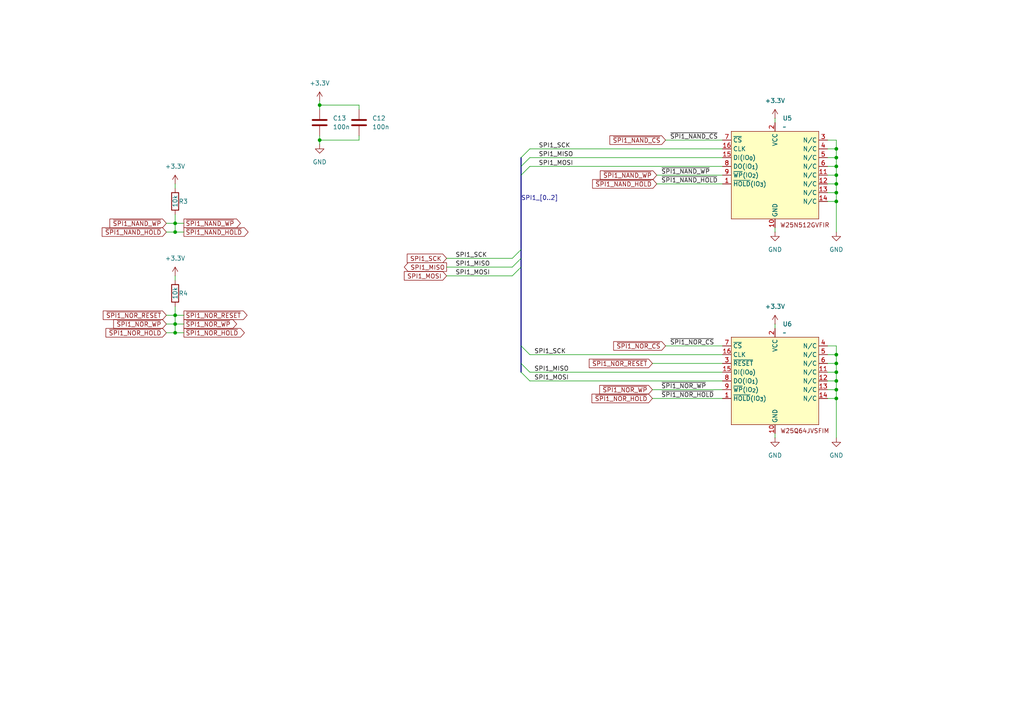
<source format=kicad_sch>
(kicad_sch
	(version 20231120)
	(generator "eeschema")
	(generator_version "8.0")
	(uuid "8e0d3737-fc89-4395-adc2-1aee555240d1")
	(paper "A4")
	(lib_symbols
		(symbol "Device:C"
			(pin_numbers hide)
			(pin_names
				(offset 0.254)
			)
			(exclude_from_sim no)
			(in_bom yes)
			(on_board yes)
			(property "Reference" "C"
				(at 0.635 2.54 0)
				(effects
					(font
						(size 1.27 1.27)
					)
					(justify left)
				)
			)
			(property "Value" "C"
				(at 0.635 -2.54 0)
				(effects
					(font
						(size 1.27 1.27)
					)
					(justify left)
				)
			)
			(property "Footprint" ""
				(at 0.9652 -3.81 0)
				(effects
					(font
						(size 1.27 1.27)
					)
					(hide yes)
				)
			)
			(property "Datasheet" "~"
				(at 0 0 0)
				(effects
					(font
						(size 1.27 1.27)
					)
					(hide yes)
				)
			)
			(property "Description" "Unpolarized capacitor"
				(at 0 0 0)
				(effects
					(font
						(size 1.27 1.27)
					)
					(hide yes)
				)
			)
			(property "ki_keywords" "cap capacitor"
				(at 0 0 0)
				(effects
					(font
						(size 1.27 1.27)
					)
					(hide yes)
				)
			)
			(property "ki_fp_filters" "C_*"
				(at 0 0 0)
				(effects
					(font
						(size 1.27 1.27)
					)
					(hide yes)
				)
			)
			(symbol "C_0_1"
				(polyline
					(pts
						(xy -2.032 -0.762) (xy 2.032 -0.762)
					)
					(stroke
						(width 0.508)
						(type default)
					)
					(fill
						(type none)
					)
				)
				(polyline
					(pts
						(xy -2.032 0.762) (xy 2.032 0.762)
					)
					(stroke
						(width 0.508)
						(type default)
					)
					(fill
						(type none)
					)
				)
			)
			(symbol "C_1_1"
				(pin passive line
					(at 0 3.81 270)
					(length 2.794)
					(name "~"
						(effects
							(font
								(size 1.27 1.27)
							)
						)
					)
					(number "1"
						(effects
							(font
								(size 1.27 1.27)
							)
						)
					)
				)
				(pin passive line
					(at 0 -3.81 90)
					(length 2.794)
					(name "~"
						(effects
							(font
								(size 1.27 1.27)
							)
						)
					)
					(number "2"
						(effects
							(font
								(size 1.27 1.27)
							)
						)
					)
				)
			)
		)
		(symbol "Device:R"
			(pin_numbers hide)
			(pin_names
				(offset 0)
			)
			(exclude_from_sim no)
			(in_bom yes)
			(on_board yes)
			(property "Reference" "R"
				(at 2.032 0 90)
				(effects
					(font
						(size 1.27 1.27)
					)
				)
			)
			(property "Value" "R"
				(at 0 0 90)
				(effects
					(font
						(size 1.27 1.27)
					)
				)
			)
			(property "Footprint" ""
				(at -1.778 0 90)
				(effects
					(font
						(size 1.27 1.27)
					)
					(hide yes)
				)
			)
			(property "Datasheet" "~"
				(at 0 0 0)
				(effects
					(font
						(size 1.27 1.27)
					)
					(hide yes)
				)
			)
			(property "Description" "Resistor"
				(at 0 0 0)
				(effects
					(font
						(size 1.27 1.27)
					)
					(hide yes)
				)
			)
			(property "ki_keywords" "R res resistor"
				(at 0 0 0)
				(effects
					(font
						(size 1.27 1.27)
					)
					(hide yes)
				)
			)
			(property "ki_fp_filters" "R_*"
				(at 0 0 0)
				(effects
					(font
						(size 1.27 1.27)
					)
					(hide yes)
				)
			)
			(symbol "R_0_1"
				(rectangle
					(start -1.016 -2.54)
					(end 1.016 2.54)
					(stroke
						(width 0.254)
						(type default)
					)
					(fill
						(type none)
					)
				)
			)
			(symbol "R_1_1"
				(pin passive line
					(at 0 3.81 270)
					(length 1.27)
					(name "~"
						(effects
							(font
								(size 1.27 1.27)
							)
						)
					)
					(number "1"
						(effects
							(font
								(size 1.27 1.27)
							)
						)
					)
				)
				(pin passive line
					(at 0 -3.81 90)
					(length 1.27)
					(name "~"
						(effects
							(font
								(size 1.27 1.27)
							)
						)
					)
					(number "2"
						(effects
							(font
								(size 1.27 1.27)
							)
						)
					)
				)
			)
		)
		(symbol "custom:W25N512GVFIR"
			(exclude_from_sim no)
			(in_bom yes)
			(on_board yes)
			(property "Reference" "U"
				(at 0 0 0)
				(effects
					(font
						(size 1.27 1.27)
					)
				)
			)
			(property "Value" ""
				(at 0 0 0)
				(effects
					(font
						(size 1.27 1.27)
					)
				)
			)
			(property "Footprint" ""
				(at 0 0 0)
				(effects
					(font
						(size 1.27 1.27)
					)
					(hide yes)
				)
			)
			(property "Datasheet" ""
				(at 0 0 0)
				(effects
					(font
						(size 1.27 1.27)
					)
					(hide yes)
				)
			)
			(property "Description" ""
				(at 0 0 0)
				(effects
					(font
						(size 1.27 1.27)
					)
					(hide yes)
				)
			)
			(symbol "W25N512GVFIR_1_1"
				(rectangle
					(start -12.7 12.7)
					(end 12.7 -12.7)
					(stroke
						(width 0)
						(type default)
					)
					(fill
						(type background)
					)
				)
				(text "W25N512GVFIR\n"
					(at 8.636 -14.478 0)
					(effects
						(font
							(size 1.27 1.27)
						)
					)
				)
				(pin bidirectional line
					(at -15.24 -2.54 0)
					(length 2.54)
					(name "~{HOLD}(IO_{3})"
						(effects
							(font
								(size 1.27 1.27)
							)
						)
					)
					(number "1"
						(effects
							(font
								(size 1.27 1.27)
							)
						)
					)
				)
				(pin power_in line
					(at 0 -15.24 90)
					(length 2.54)
					(name "GND"
						(effects
							(font
								(size 1.27 1.27)
							)
						)
					)
					(number "10"
						(effects
							(font
								(size 1.27 1.27)
							)
						)
					)
				)
				(pin input line
					(at 15.24 0 180)
					(length 2.54)
					(name "N/C"
						(effects
							(font
								(size 1.27 1.27)
							)
						)
					)
					(number "11"
						(effects
							(font
								(size 1.27 1.27)
							)
						)
					)
				)
				(pin input line
					(at 15.24 -2.54 180)
					(length 2.54)
					(name "N/C"
						(effects
							(font
								(size 1.27 1.27)
							)
						)
					)
					(number "12"
						(effects
							(font
								(size 1.27 1.27)
							)
						)
					)
				)
				(pin input line
					(at 15.24 -5.08 180)
					(length 2.54)
					(name "N/C"
						(effects
							(font
								(size 1.27 1.27)
							)
						)
					)
					(number "13"
						(effects
							(font
								(size 1.27 1.27)
							)
						)
					)
				)
				(pin input line
					(at 15.24 -7.62 180)
					(length 2.54)
					(name "N/C"
						(effects
							(font
								(size 1.27 1.27)
							)
						)
					)
					(number "14"
						(effects
							(font
								(size 1.27 1.27)
							)
						)
					)
				)
				(pin bidirectional line
					(at -15.24 5.08 0)
					(length 2.54)
					(name "DI(IO_{0})"
						(effects
							(font
								(size 1.27 1.27)
							)
						)
					)
					(number "15"
						(effects
							(font
								(size 1.27 1.27)
							)
						)
					)
				)
				(pin input line
					(at -15.24 7.62 0)
					(length 2.54)
					(name "CLK"
						(effects
							(font
								(size 1.27 1.27)
							)
						)
					)
					(number "16"
						(effects
							(font
								(size 1.27 1.27)
							)
						)
					)
				)
				(pin power_in line
					(at 0 15.24 270)
					(length 2.54)
					(name "VCC"
						(effects
							(font
								(size 1.27 1.27)
							)
						)
					)
					(number "2"
						(effects
							(font
								(size 1.27 1.27)
							)
						)
					)
				)
				(pin input line
					(at 15.24 10.16 180)
					(length 2.54)
					(name "N/C"
						(effects
							(font
								(size 1.27 1.27)
							)
						)
					)
					(number "3"
						(effects
							(font
								(size 1.27 1.27)
							)
						)
					)
				)
				(pin input line
					(at 15.24 7.62 180)
					(length 2.54)
					(name "N/C"
						(effects
							(font
								(size 1.27 1.27)
							)
						)
					)
					(number "4"
						(effects
							(font
								(size 1.27 1.27)
							)
						)
					)
				)
				(pin input line
					(at 15.24 5.08 180)
					(length 2.54)
					(name "N/C"
						(effects
							(font
								(size 1.27 1.27)
							)
						)
					)
					(number "5"
						(effects
							(font
								(size 1.27 1.27)
							)
						)
					)
				)
				(pin input line
					(at 15.24 2.54 180)
					(length 2.54)
					(name "N/C"
						(effects
							(font
								(size 1.27 1.27)
							)
						)
					)
					(number "6"
						(effects
							(font
								(size 1.27 1.27)
							)
						)
					)
				)
				(pin input line
					(at -15.24 10.16 0)
					(length 2.54)
					(name "~{CS}"
						(effects
							(font
								(size 1.27 1.27)
							)
						)
					)
					(number "7"
						(effects
							(font
								(size 1.27 1.27)
							)
						)
					)
				)
				(pin bidirectional line
					(at -15.24 2.54 0)
					(length 2.54)
					(name "DO(IO_{1})"
						(effects
							(font
								(size 1.27 1.27)
							)
						)
					)
					(number "8"
						(effects
							(font
								(size 1.27 1.27)
							)
						)
					)
				)
				(pin bidirectional line
					(at -15.24 0 0)
					(length 2.54)
					(name "~{WP}(IO_{2})"
						(effects
							(font
								(size 1.27 1.27)
							)
						)
					)
					(number "9"
						(effects
							(font
								(size 1.27 1.27)
							)
						)
					)
				)
			)
		)
		(symbol "custom:W25Q64JVSFIM"
			(exclude_from_sim no)
			(in_bom yes)
			(on_board yes)
			(property "Reference" "U"
				(at 0 0 0)
				(effects
					(font
						(size 1.27 1.27)
					)
				)
			)
			(property "Value" ""
				(at 0 0 0)
				(effects
					(font
						(size 1.27 1.27)
					)
				)
			)
			(property "Footprint" ""
				(at 0 0 0)
				(effects
					(font
						(size 1.27 1.27)
					)
					(hide yes)
				)
			)
			(property "Datasheet" ""
				(at 0 0 0)
				(effects
					(font
						(size 1.27 1.27)
					)
					(hide yes)
				)
			)
			(property "Description" ""
				(at 0 0 0)
				(effects
					(font
						(size 1.27 1.27)
					)
					(hide yes)
				)
			)
			(symbol "W25Q64JVSFIM_1_1"
				(rectangle
					(start -12.7 12.7)
					(end 12.7 -12.7)
					(stroke
						(width 0)
						(type default)
					)
					(fill
						(type background)
					)
				)
				(text "W25Q64JVSFIM\n"
					(at 8.636 -14.478 0)
					(effects
						(font
							(size 1.27 1.27)
						)
					)
				)
				(pin bidirectional line
					(at -15.24 -5.08 0)
					(length 2.54)
					(name "~{HOLD}(IO_{3})"
						(effects
							(font
								(size 1.27 1.27)
							)
						)
					)
					(number "1"
						(effects
							(font
								(size 1.27 1.27)
							)
						)
					)
				)
				(pin power_in line
					(at 0 -15.24 90)
					(length 2.54)
					(name "GND"
						(effects
							(font
								(size 1.27 1.27)
							)
						)
					)
					(number "10"
						(effects
							(font
								(size 1.27 1.27)
							)
						)
					)
				)
				(pin input line
					(at 15.24 2.54 180)
					(length 2.54)
					(name "N/C"
						(effects
							(font
								(size 1.27 1.27)
							)
						)
					)
					(number "11"
						(effects
							(font
								(size 1.27 1.27)
							)
						)
					)
				)
				(pin input line
					(at 15.24 0 180)
					(length 2.54)
					(name "N/C"
						(effects
							(font
								(size 1.27 1.27)
							)
						)
					)
					(number "12"
						(effects
							(font
								(size 1.27 1.27)
							)
						)
					)
				)
				(pin input line
					(at 15.24 -2.54 180)
					(length 2.54)
					(name "N/C"
						(effects
							(font
								(size 1.27 1.27)
							)
						)
					)
					(number "13"
						(effects
							(font
								(size 1.27 1.27)
							)
						)
					)
				)
				(pin input line
					(at 15.24 -5.08 180)
					(length 2.54)
					(name "N/C"
						(effects
							(font
								(size 1.27 1.27)
							)
						)
					)
					(number "14"
						(effects
							(font
								(size 1.27 1.27)
							)
						)
					)
				)
				(pin bidirectional line
					(at -15.24 2.54 0)
					(length 2.54)
					(name "DI(IO_{0})"
						(effects
							(font
								(size 1.27 1.27)
							)
						)
					)
					(number "15"
						(effects
							(font
								(size 1.27 1.27)
							)
						)
					)
				)
				(pin input line
					(at -15.24 7.62 0)
					(length 2.54)
					(name "CLK"
						(effects
							(font
								(size 1.27 1.27)
							)
						)
					)
					(number "16"
						(effects
							(font
								(size 1.27 1.27)
							)
						)
					)
				)
				(pin power_in line
					(at 0 15.24 270)
					(length 2.54)
					(name "VCC"
						(effects
							(font
								(size 1.27 1.27)
							)
						)
					)
					(number "2"
						(effects
							(font
								(size 1.27 1.27)
							)
						)
					)
				)
				(pin input line
					(at -15.24 5.08 0)
					(length 2.54)
					(name "~{RESET}"
						(effects
							(font
								(size 1.27 1.27)
							)
						)
					)
					(number "3"
						(effects
							(font
								(size 1.27 1.27)
							)
						)
					)
				)
				(pin input line
					(at 15.24 10.16 180)
					(length 2.54)
					(name "N/C"
						(effects
							(font
								(size 1.27 1.27)
							)
						)
					)
					(number "4"
						(effects
							(font
								(size 1.27 1.27)
							)
						)
					)
				)
				(pin input line
					(at 15.24 7.62 180)
					(length 2.54)
					(name "N/C"
						(effects
							(font
								(size 1.27 1.27)
							)
						)
					)
					(number "5"
						(effects
							(font
								(size 1.27 1.27)
							)
						)
					)
				)
				(pin input line
					(at 15.24 5.08 180)
					(length 2.54)
					(name "N/C"
						(effects
							(font
								(size 1.27 1.27)
							)
						)
					)
					(number "6"
						(effects
							(font
								(size 1.27 1.27)
							)
						)
					)
				)
				(pin input line
					(at -15.24 10.16 0)
					(length 2.54)
					(name "~{CS}"
						(effects
							(font
								(size 1.27 1.27)
							)
						)
					)
					(number "7"
						(effects
							(font
								(size 1.27 1.27)
							)
						)
					)
				)
				(pin bidirectional line
					(at -15.24 0 0)
					(length 2.54)
					(name "DO(IO_{1})"
						(effects
							(font
								(size 1.27 1.27)
							)
						)
					)
					(number "8"
						(effects
							(font
								(size 1.27 1.27)
							)
						)
					)
				)
				(pin bidirectional line
					(at -15.24 -2.54 0)
					(length 2.54)
					(name "~{WP}(IO_{2})"
						(effects
							(font
								(size 1.27 1.27)
							)
						)
					)
					(number "9"
						(effects
							(font
								(size 1.27 1.27)
							)
						)
					)
				)
			)
		)
		(symbol "power:+3.3V"
			(power)
			(pin_numbers hide)
			(pin_names
				(offset 0) hide)
			(exclude_from_sim no)
			(in_bom yes)
			(on_board yes)
			(property "Reference" "#PWR"
				(at 0 -3.81 0)
				(effects
					(font
						(size 1.27 1.27)
					)
					(hide yes)
				)
			)
			(property "Value" "+3.3V"
				(at 0 3.556 0)
				(effects
					(font
						(size 1.27 1.27)
					)
				)
			)
			(property "Footprint" ""
				(at 0 0 0)
				(effects
					(font
						(size 1.27 1.27)
					)
					(hide yes)
				)
			)
			(property "Datasheet" ""
				(at 0 0 0)
				(effects
					(font
						(size 1.27 1.27)
					)
					(hide yes)
				)
			)
			(property "Description" "Power symbol creates a global label with name \"+3.3V\""
				(at 0 0 0)
				(effects
					(font
						(size 1.27 1.27)
					)
					(hide yes)
				)
			)
			(property "ki_keywords" "global power"
				(at 0 0 0)
				(effects
					(font
						(size 1.27 1.27)
					)
					(hide yes)
				)
			)
			(symbol "+3.3V_0_1"
				(polyline
					(pts
						(xy -0.762 1.27) (xy 0 2.54)
					)
					(stroke
						(width 0)
						(type default)
					)
					(fill
						(type none)
					)
				)
				(polyline
					(pts
						(xy 0 0) (xy 0 2.54)
					)
					(stroke
						(width 0)
						(type default)
					)
					(fill
						(type none)
					)
				)
				(polyline
					(pts
						(xy 0 2.54) (xy 0.762 1.27)
					)
					(stroke
						(width 0)
						(type default)
					)
					(fill
						(type none)
					)
				)
			)
			(symbol "+3.3V_1_1"
				(pin power_in line
					(at 0 0 90)
					(length 0)
					(name "~"
						(effects
							(font
								(size 1.27 1.27)
							)
						)
					)
					(number "1"
						(effects
							(font
								(size 1.27 1.27)
							)
						)
					)
				)
			)
		)
		(symbol "power:GND"
			(power)
			(pin_numbers hide)
			(pin_names
				(offset 0) hide)
			(exclude_from_sim no)
			(in_bom yes)
			(on_board yes)
			(property "Reference" "#PWR"
				(at 0 -6.35 0)
				(effects
					(font
						(size 1.27 1.27)
					)
					(hide yes)
				)
			)
			(property "Value" "GND"
				(at 0 -3.81 0)
				(effects
					(font
						(size 1.27 1.27)
					)
				)
			)
			(property "Footprint" ""
				(at 0 0 0)
				(effects
					(font
						(size 1.27 1.27)
					)
					(hide yes)
				)
			)
			(property "Datasheet" ""
				(at 0 0 0)
				(effects
					(font
						(size 1.27 1.27)
					)
					(hide yes)
				)
			)
			(property "Description" "Power symbol creates a global label with name \"GND\" , ground"
				(at 0 0 0)
				(effects
					(font
						(size 1.27 1.27)
					)
					(hide yes)
				)
			)
			(property "ki_keywords" "global power"
				(at 0 0 0)
				(effects
					(font
						(size 1.27 1.27)
					)
					(hide yes)
				)
			)
			(symbol "GND_0_1"
				(polyline
					(pts
						(xy 0 0) (xy 0 -1.27) (xy 1.27 -1.27) (xy 0 -2.54) (xy -1.27 -1.27) (xy 0 -1.27)
					)
					(stroke
						(width 0)
						(type default)
					)
					(fill
						(type none)
					)
				)
			)
			(symbol "GND_1_1"
				(pin power_in line
					(at 0 0 270)
					(length 0)
					(name "~"
						(effects
							(font
								(size 1.27 1.27)
							)
						)
					)
					(number "1"
						(effects
							(font
								(size 1.27 1.27)
							)
						)
					)
				)
			)
		)
	)
	(junction
		(at 50.8 96.52)
		(diameter 0)
		(color 0 0 0 0)
		(uuid "0c9bb6ef-af5c-47b6-ab1b-8b26e4c6481a")
	)
	(junction
		(at 242.57 102.87)
		(diameter 0)
		(color 0 0 0 0)
		(uuid "15c0b603-feb4-4505-ac24-348502066a4d")
	)
	(junction
		(at 242.57 107.95)
		(diameter 0)
		(color 0 0 0 0)
		(uuid "164cb4fd-c56f-4d4e-a591-44fbf9b3cb2e")
	)
	(junction
		(at 242.57 48.26)
		(diameter 0)
		(color 0 0 0 0)
		(uuid "23276b85-06fb-475a-84e2-9089e3596282")
	)
	(junction
		(at 242.57 50.8)
		(diameter 0)
		(color 0 0 0 0)
		(uuid "2cf255c0-8c1d-4c45-999e-560c4e01fb1e")
	)
	(junction
		(at 50.8 64.77)
		(diameter 0)
		(color 0 0 0 0)
		(uuid "364ef4ff-d95d-4949-9426-f81d34278e79")
	)
	(junction
		(at 242.57 113.03)
		(diameter 0)
		(color 0 0 0 0)
		(uuid "3d3e6baa-e663-47f4-9dbb-a3641bd89bc2")
	)
	(junction
		(at 242.57 43.18)
		(diameter 0)
		(color 0 0 0 0)
		(uuid "3e9aaf79-2177-47bb-80b7-46c9dea746e2")
	)
	(junction
		(at 50.8 91.44)
		(diameter 0)
		(color 0 0 0 0)
		(uuid "5d729fc2-ce3a-4c5a-9d97-fd469f124da5")
	)
	(junction
		(at 242.57 105.41)
		(diameter 0)
		(color 0 0 0 0)
		(uuid "66048366-9758-4870-a697-989e171b91b6")
	)
	(junction
		(at 242.57 55.88)
		(diameter 0)
		(color 0 0 0 0)
		(uuid "8ef33533-3a19-46b4-b7e4-bd955950cdfa")
	)
	(junction
		(at 50.8 93.98)
		(diameter 0)
		(color 0 0 0 0)
		(uuid "8f22aa7b-2015-4a5c-8782-880c8e256087")
	)
	(junction
		(at 242.57 110.49)
		(diameter 0)
		(color 0 0 0 0)
		(uuid "95746729-e8c0-4efd-afaa-55ce64a740b8")
	)
	(junction
		(at 242.57 53.34)
		(diameter 0)
		(color 0 0 0 0)
		(uuid "989af79b-831c-4faa-ada4-e9e71cddc6a2")
	)
	(junction
		(at 50.8 67.31)
		(diameter 0)
		(color 0 0 0 0)
		(uuid "9fd5ad5b-2270-402a-838d-380b8d321a1b")
	)
	(junction
		(at 242.57 58.42)
		(diameter 0)
		(color 0 0 0 0)
		(uuid "a8fb8c05-a716-4f4e-bd15-cdaf699584fa")
	)
	(junction
		(at 92.71 40.64)
		(diameter 0)
		(color 0 0 0 0)
		(uuid "c2c5c227-c8cc-44b9-9052-b71fab802fe5")
	)
	(junction
		(at 242.57 115.57)
		(diameter 0)
		(color 0 0 0 0)
		(uuid "c772d707-ce4c-44f3-b74b-f0b4e59fa937")
	)
	(junction
		(at 92.71 30.48)
		(diameter 0)
		(color 0 0 0 0)
		(uuid "ccd1fb6b-93ca-4818-a98f-e9d931c569d4")
	)
	(junction
		(at 242.57 45.72)
		(diameter 0)
		(color 0 0 0 0)
		(uuid "eae706ea-0523-4eac-9569-1da4084ae48d")
	)
	(bus_entry
		(at 151.13 105.41)
		(size 2.54 2.54)
		(stroke
			(width 0)
			(type default)
		)
		(uuid "1f7a8709-1622-40bd-b5e3-8a1b8467bbf3")
	)
	(bus_entry
		(at 148.59 80.01)
		(size 2.54 -2.54)
		(stroke
			(width 0)
			(type default)
		)
		(uuid "49f20b1d-b292-41e0-aed5-baf508740739")
	)
	(bus_entry
		(at 151.13 45.72)
		(size 2.54 -2.54)
		(stroke
			(width 0)
			(type default)
		)
		(uuid "55f922d3-b98f-489f-8517-bf27554217bb")
	)
	(bus_entry
		(at 151.13 48.26)
		(size 2.54 -2.54)
		(stroke
			(width 0)
			(type default)
		)
		(uuid "5c68a935-b26e-4790-90a7-95b69e6dd9d9")
	)
	(bus_entry
		(at 151.13 107.95)
		(size 2.54 2.54)
		(stroke
			(width 0)
			(type default)
		)
		(uuid "831c4da5-bd27-4ac8-aa74-faa6c403525e")
	)
	(bus_entry
		(at 148.59 74.93)
		(size 2.54 -2.54)
		(stroke
			(width 0)
			(type default)
		)
		(uuid "b0bed1c0-65d5-48af-8fed-7ae42f012b00")
	)
	(bus_entry
		(at 148.59 77.47)
		(size 2.54 -2.54)
		(stroke
			(width 0)
			(type default)
		)
		(uuid "b7d8b3b0-615c-44ab-8fef-1b8dc7f50898")
	)
	(bus_entry
		(at 151.13 100.33)
		(size 2.54 2.54)
		(stroke
			(width 0)
			(type default)
		)
		(uuid "b96462fa-93ca-46d7-b7c1-9576c823353f")
	)
	(bus_entry
		(at 151.13 50.8)
		(size 2.54 -2.54)
		(stroke
			(width 0)
			(type default)
		)
		(uuid "eef369c1-fedf-4113-85ad-2e184f516139")
	)
	(wire
		(pts
			(xy 92.71 30.48) (xy 104.14 30.48)
		)
		(stroke
			(width 0)
			(type default)
		)
		(uuid "024cfab2-04d1-4ce8-bc60-405f525f08c9")
	)
	(wire
		(pts
			(xy 242.57 48.26) (xy 242.57 45.72)
		)
		(stroke
			(width 0)
			(type default)
		)
		(uuid "0bbea04e-76e3-4522-bd19-cdc0c47a253c")
	)
	(wire
		(pts
			(xy 92.71 30.48) (xy 92.71 31.75)
		)
		(stroke
			(width 0)
			(type default)
		)
		(uuid "0e9f8610-f458-42d4-b0be-4fbf9d1f17eb")
	)
	(wire
		(pts
			(xy 50.8 93.98) (xy 50.8 96.52)
		)
		(stroke
			(width 0)
			(type default)
		)
		(uuid "0ff5549f-7eef-404e-aa52-7c147cf8c158")
	)
	(wire
		(pts
			(xy 48.26 64.77) (xy 50.8 64.77)
		)
		(stroke
			(width 0)
			(type default)
		)
		(uuid "134fd05d-5b79-4e85-82dd-578e69f70d8f")
	)
	(wire
		(pts
			(xy 50.8 96.52) (xy 53.34 96.52)
		)
		(stroke
			(width 0)
			(type default)
		)
		(uuid "1589ae2a-5adb-4bd9-99c3-e26a9f3dc8d7")
	)
	(wire
		(pts
			(xy 189.23 113.03) (xy 209.55 113.03)
		)
		(stroke
			(width 0)
			(type default)
		)
		(uuid "2518c280-4f49-4e00-b73e-c024bd26791f")
	)
	(wire
		(pts
			(xy 50.8 67.31) (xy 53.34 67.31)
		)
		(stroke
			(width 0)
			(type default)
		)
		(uuid "2580f44c-6a40-4448-9d0f-f0d3fbce2cb7")
	)
	(wire
		(pts
			(xy 92.71 40.64) (xy 92.71 41.91)
		)
		(stroke
			(width 0)
			(type default)
		)
		(uuid "281f0a85-3d1f-4136-8a0a-f5c5897eaeaa")
	)
	(wire
		(pts
			(xy 242.57 53.34) (xy 242.57 50.8)
		)
		(stroke
			(width 0)
			(type default)
		)
		(uuid "2e441119-779e-4eba-b21f-960a0b549584")
	)
	(wire
		(pts
			(xy 48.26 91.44) (xy 50.8 91.44)
		)
		(stroke
			(width 0)
			(type default)
		)
		(uuid "2e96e82a-dedf-45ec-aedd-5126fb3fd73a")
	)
	(wire
		(pts
			(xy 193.04 40.64) (xy 209.55 40.64)
		)
		(stroke
			(width 0)
			(type default)
		)
		(uuid "330a77d6-535d-450c-aec2-c3b42ac905eb")
	)
	(bus
		(pts
			(xy 151.13 74.93) (xy 151.13 77.47)
		)
		(stroke
			(width 0)
			(type default)
		)
		(uuid "342a486e-5584-48da-8066-59c9dcb5db5e")
	)
	(wire
		(pts
			(xy 48.26 67.31) (xy 50.8 67.31)
		)
		(stroke
			(width 0)
			(type default)
		)
		(uuid "361dec20-ac97-4768-8a47-6133a4a7041f")
	)
	(wire
		(pts
			(xy 193.04 100.33) (xy 209.55 100.33)
		)
		(stroke
			(width 0)
			(type default)
		)
		(uuid "45f55420-b879-4599-aa99-9bba64df334d")
	)
	(bus
		(pts
			(xy 151.13 100.33) (xy 151.13 105.41)
		)
		(stroke
			(width 0)
			(type default)
		)
		(uuid "487e5930-3c7e-4977-9a2e-80dab78a9fa3")
	)
	(wire
		(pts
			(xy 224.79 125.73) (xy 224.79 127)
		)
		(stroke
			(width 0)
			(type default)
		)
		(uuid "4aee6617-c187-483c-8eed-d1e82a166203")
	)
	(wire
		(pts
			(xy 104.14 40.64) (xy 104.14 39.37)
		)
		(stroke
			(width 0)
			(type default)
		)
		(uuid "4fde162f-6534-49d2-abbd-2d35d5b23491")
	)
	(wire
		(pts
			(xy 92.71 29.21) (xy 92.71 30.48)
		)
		(stroke
			(width 0)
			(type default)
		)
		(uuid "58ace083-4218-48df-89a5-20c235e1aa64")
	)
	(wire
		(pts
			(xy 242.57 102.87) (xy 242.57 105.41)
		)
		(stroke
			(width 0)
			(type default)
		)
		(uuid "5a0176dd-8bde-4383-bab6-2de71ebc4a55")
	)
	(wire
		(pts
			(xy 153.67 48.26) (xy 209.55 48.26)
		)
		(stroke
			(width 0)
			(type default)
		)
		(uuid "5d1156c6-00d0-4897-98f8-830d2376ab10")
	)
	(wire
		(pts
			(xy 242.57 105.41) (xy 242.57 107.95)
		)
		(stroke
			(width 0)
			(type default)
		)
		(uuid "5d23c68a-577c-43c8-9859-3069d14be530")
	)
	(wire
		(pts
			(xy 242.57 58.42) (xy 242.57 55.88)
		)
		(stroke
			(width 0)
			(type default)
		)
		(uuid "5e305fd6-5efa-48c3-91e7-75828d30bf75")
	)
	(wire
		(pts
			(xy 190.5 53.34) (xy 209.55 53.34)
		)
		(stroke
			(width 0)
			(type default)
		)
		(uuid "5f346b4e-6088-4bb2-b42a-eefbfe9d4565")
	)
	(wire
		(pts
			(xy 153.67 45.72) (xy 209.55 45.72)
		)
		(stroke
			(width 0)
			(type default)
		)
		(uuid "61744b7a-91e4-4eae-a326-a13dcf78295e")
	)
	(wire
		(pts
			(xy 48.26 96.52) (xy 50.8 96.52)
		)
		(stroke
			(width 0)
			(type default)
		)
		(uuid "61bf8a7b-d495-4db1-9974-edc866ce0238")
	)
	(wire
		(pts
			(xy 153.67 110.49) (xy 209.55 110.49)
		)
		(stroke
			(width 0)
			(type default)
		)
		(uuid "6268cfb6-7ab2-430e-a861-d6cb8c6217f1")
	)
	(wire
		(pts
			(xy 242.57 113.03) (xy 242.57 115.57)
		)
		(stroke
			(width 0)
			(type default)
		)
		(uuid "67ced15d-b498-43d3-8597-185eb9b5b5a6")
	)
	(wire
		(pts
			(xy 129.54 74.93) (xy 148.59 74.93)
		)
		(stroke
			(width 0)
			(type default)
		)
		(uuid "6908acd0-921a-4d70-b67d-e149ad68149b")
	)
	(wire
		(pts
			(xy 242.57 53.34) (xy 240.03 53.34)
		)
		(stroke
			(width 0)
			(type default)
		)
		(uuid "6ad2852b-f777-4b1c-8607-94726eba4463")
	)
	(bus
		(pts
			(xy 151.13 45.72) (xy 151.13 48.26)
		)
		(stroke
			(width 0)
			(type default)
		)
		(uuid "6ce19c9a-24e3-4ba3-b5bd-27d5df4708b3")
	)
	(bus
		(pts
			(xy 151.13 72.39) (xy 151.13 74.93)
		)
		(stroke
			(width 0)
			(type default)
		)
		(uuid "71963e07-3a91-4c87-9b2b-2dd0df4ba99f")
	)
	(wire
		(pts
			(xy 240.03 113.03) (xy 242.57 113.03)
		)
		(stroke
			(width 0)
			(type default)
		)
		(uuid "71fe21a6-eea9-4637-a05e-86d7c8995b70")
	)
	(wire
		(pts
			(xy 224.79 93.98) (xy 224.79 95.25)
		)
		(stroke
			(width 0)
			(type default)
		)
		(uuid "725d216d-8521-4c62-943b-338db29a5b5b")
	)
	(wire
		(pts
			(xy 242.57 55.88) (xy 240.03 55.88)
		)
		(stroke
			(width 0)
			(type default)
		)
		(uuid "7844f1e3-046b-417a-a4a1-514df4b4dbd8")
	)
	(wire
		(pts
			(xy 104.14 30.48) (xy 104.14 31.75)
		)
		(stroke
			(width 0)
			(type default)
		)
		(uuid "7cd0cac6-3fa1-416e-94ec-0f98001a312a")
	)
	(wire
		(pts
			(xy 153.67 107.95) (xy 209.55 107.95)
		)
		(stroke
			(width 0)
			(type default)
		)
		(uuid "7e98b07c-cd11-4ea0-bf76-ba46e8fbba93")
	)
	(wire
		(pts
			(xy 50.8 62.23) (xy 50.8 64.77)
		)
		(stroke
			(width 0)
			(type default)
		)
		(uuid "81bbd821-f561-4462-9754-fd7710c870b9")
	)
	(wire
		(pts
			(xy 240.03 105.41) (xy 242.57 105.41)
		)
		(stroke
			(width 0)
			(type default)
		)
		(uuid "88677657-ab6e-4bb3-a9b4-a715b2348db8")
	)
	(wire
		(pts
			(xy 129.54 77.47) (xy 148.59 77.47)
		)
		(stroke
			(width 0)
			(type default)
		)
		(uuid "899f798c-699d-4c2c-95cf-d8088c1a3b58")
	)
	(wire
		(pts
			(xy 242.57 67.31) (xy 242.57 58.42)
		)
		(stroke
			(width 0)
			(type default)
		)
		(uuid "8b07449d-018c-40f6-b28a-1f45f14f81bc")
	)
	(wire
		(pts
			(xy 242.57 110.49) (xy 242.57 113.03)
		)
		(stroke
			(width 0)
			(type default)
		)
		(uuid "906a4ddb-9452-46c2-8df7-b49dc053d15d")
	)
	(wire
		(pts
			(xy 50.8 91.44) (xy 50.8 93.98)
		)
		(stroke
			(width 0)
			(type default)
		)
		(uuid "910e549a-0940-42db-bf08-b9e9a613e907")
	)
	(wire
		(pts
			(xy 242.57 45.72) (xy 240.03 45.72)
		)
		(stroke
			(width 0)
			(type default)
		)
		(uuid "92159cc6-e339-46cf-82d0-97f5b633c1f1")
	)
	(wire
		(pts
			(xy 240.03 115.57) (xy 242.57 115.57)
		)
		(stroke
			(width 0)
			(type default)
		)
		(uuid "92ca9a2f-df18-42e3-bea0-2625055a9bee")
	)
	(wire
		(pts
			(xy 50.8 88.9) (xy 50.8 91.44)
		)
		(stroke
			(width 0)
			(type default)
		)
		(uuid "9a0beb8f-af8b-4ba3-ab64-605ac49a6e94")
	)
	(wire
		(pts
			(xy 240.03 102.87) (xy 242.57 102.87)
		)
		(stroke
			(width 0)
			(type default)
		)
		(uuid "9b4b9d5a-17c7-4027-b1f2-b8017395cd88")
	)
	(wire
		(pts
			(xy 240.03 110.49) (xy 242.57 110.49)
		)
		(stroke
			(width 0)
			(type default)
		)
		(uuid "9b7a189d-c41c-464e-9b59-ec5c28fc4186")
	)
	(wire
		(pts
			(xy 92.71 39.37) (xy 92.71 40.64)
		)
		(stroke
			(width 0)
			(type default)
		)
		(uuid "9d1729a1-8f79-441f-b949-db71788c5f71")
	)
	(wire
		(pts
			(xy 242.57 43.18) (xy 240.03 43.18)
		)
		(stroke
			(width 0)
			(type default)
		)
		(uuid "9dd10363-bdd7-4f73-9eb9-cfd38eca20de")
	)
	(wire
		(pts
			(xy 242.57 40.64) (xy 240.03 40.64)
		)
		(stroke
			(width 0)
			(type default)
		)
		(uuid "9fe762a3-0e41-4c03-a425-7b27fda171ed")
	)
	(wire
		(pts
			(xy 242.57 48.26) (xy 240.03 48.26)
		)
		(stroke
			(width 0)
			(type default)
		)
		(uuid "a1ffde4d-5bd9-469d-b78d-b03b2873ab26")
	)
	(wire
		(pts
			(xy 242.57 55.88) (xy 242.57 53.34)
		)
		(stroke
			(width 0)
			(type default)
		)
		(uuid "a38beaca-3b69-4701-b757-db8f6af06389")
	)
	(wire
		(pts
			(xy 48.26 93.98) (xy 50.8 93.98)
		)
		(stroke
			(width 0)
			(type default)
		)
		(uuid "a611e57b-4f66-486c-aad7-e48857e98560")
	)
	(wire
		(pts
			(xy 50.8 93.98) (xy 53.34 93.98)
		)
		(stroke
			(width 0)
			(type default)
		)
		(uuid "ac0ed1ae-b258-4b57-9c29-e489159e9fbe")
	)
	(bus
		(pts
			(xy 151.13 105.41) (xy 151.13 107.95)
		)
		(stroke
			(width 0)
			(type default)
		)
		(uuid "b469eaca-990d-4081-80ea-844146b39384")
	)
	(wire
		(pts
			(xy 50.8 64.77) (xy 50.8 67.31)
		)
		(stroke
			(width 0)
			(type default)
		)
		(uuid "b5720268-daa2-4561-a43f-a4bed6dcf603")
	)
	(wire
		(pts
			(xy 153.67 102.87) (xy 209.55 102.87)
		)
		(stroke
			(width 0)
			(type default)
		)
		(uuid "b7e76cb6-15ae-4484-b49b-f54efc278972")
	)
	(wire
		(pts
			(xy 242.57 50.8) (xy 240.03 50.8)
		)
		(stroke
			(width 0)
			(type default)
		)
		(uuid "baeaeaef-fcbe-4e94-b68c-35d28143d72e")
	)
	(wire
		(pts
			(xy 242.57 43.18) (xy 242.57 40.64)
		)
		(stroke
			(width 0)
			(type default)
		)
		(uuid "bbbba740-e040-4086-848c-5da116b65d42")
	)
	(wire
		(pts
			(xy 242.57 58.42) (xy 240.03 58.42)
		)
		(stroke
			(width 0)
			(type default)
		)
		(uuid "c4181d46-2301-4b39-be01-3eacd65231f3")
	)
	(wire
		(pts
			(xy 224.79 66.04) (xy 224.79 67.31)
		)
		(stroke
			(width 0)
			(type default)
		)
		(uuid "c49ef1d1-f0ea-48ed-9c08-4565355d415f")
	)
	(wire
		(pts
			(xy 129.54 80.01) (xy 148.59 80.01)
		)
		(stroke
			(width 0)
			(type default)
		)
		(uuid "c5113c44-48d6-44fa-8d5a-b644da565188")
	)
	(wire
		(pts
			(xy 240.03 100.33) (xy 242.57 100.33)
		)
		(stroke
			(width 0)
			(type default)
		)
		(uuid "c5cc2a1d-44ab-4595-8740-aaa6677b8e48")
	)
	(wire
		(pts
			(xy 92.71 40.64) (xy 104.14 40.64)
		)
		(stroke
			(width 0)
			(type default)
		)
		(uuid "c6ace6db-c3b4-4020-a5e9-7b0886cc2899")
	)
	(wire
		(pts
			(xy 50.8 91.44) (xy 53.34 91.44)
		)
		(stroke
			(width 0)
			(type default)
		)
		(uuid "caeaca07-912b-42b4-bb08-834c985989b0")
	)
	(wire
		(pts
			(xy 190.5 50.8) (xy 209.55 50.8)
		)
		(stroke
			(width 0)
			(type default)
		)
		(uuid "ccc87698-142c-41cf-add0-4ab2363b4b89")
	)
	(wire
		(pts
			(xy 189.23 115.57) (xy 209.55 115.57)
		)
		(stroke
			(width 0)
			(type default)
		)
		(uuid "cefae76e-461b-4473-bcba-fbacb9ab897b")
	)
	(wire
		(pts
			(xy 50.8 53.34) (xy 50.8 54.61)
		)
		(stroke
			(width 0)
			(type default)
		)
		(uuid "d0e2b94d-f893-4156-a63a-9c8869236df9")
	)
	(wire
		(pts
			(xy 240.03 107.95) (xy 242.57 107.95)
		)
		(stroke
			(width 0)
			(type default)
		)
		(uuid "d482e15b-9e88-4196-86bf-a647abcf3347")
	)
	(wire
		(pts
			(xy 242.57 45.72) (xy 242.57 43.18)
		)
		(stroke
			(width 0)
			(type default)
		)
		(uuid "dba8ac38-bc3b-4c43-a8ef-fb33a561ee7e")
	)
	(wire
		(pts
			(xy 50.8 80.01) (xy 50.8 81.28)
		)
		(stroke
			(width 0)
			(type default)
		)
		(uuid "dc228075-26bd-4248-b032-05bb9b235037")
	)
	(wire
		(pts
			(xy 242.57 50.8) (xy 242.57 48.26)
		)
		(stroke
			(width 0)
			(type default)
		)
		(uuid "e742dfaa-ea3a-46f8-aa10-ab48a5f74f29")
	)
	(wire
		(pts
			(xy 242.57 107.95) (xy 242.57 110.49)
		)
		(stroke
			(width 0)
			(type default)
		)
		(uuid "e7eb72e9-1900-4118-9262-271025860aa8")
	)
	(wire
		(pts
			(xy 242.57 100.33) (xy 242.57 102.87)
		)
		(stroke
			(width 0)
			(type default)
		)
		(uuid "e90c31c9-f722-49ed-b1e8-911de58bcd18")
	)
	(wire
		(pts
			(xy 189.23 105.41) (xy 209.55 105.41)
		)
		(stroke
			(width 0)
			(type default)
		)
		(uuid "eb2ae4d3-1468-4028-adea-4c3a56f462cf")
	)
	(bus
		(pts
			(xy 151.13 77.47) (xy 151.13 100.33)
		)
		(stroke
			(width 0)
			(type default)
		)
		(uuid "f059b9ba-669c-47e9-96cc-a05a96431340")
	)
	(wire
		(pts
			(xy 224.79 34.29) (xy 224.79 35.56)
		)
		(stroke
			(width 0)
			(type default)
		)
		(uuid "f533aa13-d8c3-4a8c-a919-f13e627f4d00")
	)
	(bus
		(pts
			(xy 151.13 48.26) (xy 151.13 50.8)
		)
		(stroke
			(width 0)
			(type default)
		)
		(uuid "f7736bf1-40ac-465e-b344-baa860287cc2")
	)
	(wire
		(pts
			(xy 153.67 43.18) (xy 209.55 43.18)
		)
		(stroke
			(width 0)
			(type default)
		)
		(uuid "f926b333-d44c-4da6-8bb5-1b5b6c927036")
	)
	(bus
		(pts
			(xy 151.13 50.8) (xy 151.13 72.39)
		)
		(stroke
			(width 0)
			(type default)
		)
		(uuid "fba1b4f0-76b6-491e-be38-c1860ebe7b65")
	)
	(wire
		(pts
			(xy 50.8 64.77) (xy 53.34 64.77)
		)
		(stroke
			(width 0)
			(type default)
		)
		(uuid "fcba5b4b-f7d6-4179-82d4-298ac2656ca9")
	)
	(wire
		(pts
			(xy 242.57 115.57) (xy 242.57 127)
		)
		(stroke
			(width 0)
			(type default)
		)
		(uuid "fd023001-48f6-4798-b2f6-3f5a0dd11884")
	)
	(label "SPI1_MOSI"
		(at 154.94 110.49 0)
		(fields_autoplaced yes)
		(effects
			(font
				(size 1.27 1.27)
			)
			(justify left bottom)
		)
		(uuid "144e3fd9-5801-4ed2-b354-f139ae8d19d1")
	)
	(label "SPI1_[0..2]"
		(at 151.13 58.42 0)
		(fields_autoplaced yes)
		(effects
			(font
				(size 1.27 1.27)
			)
			(justify left bottom)
		)
		(uuid "179b2390-091f-43a1-b1d3-16d95ed711dc")
	)
	(label "~{SPI1_NOR_HOLD}"
		(at 191.77 115.57 0)
		(fields_autoplaced yes)
		(effects
			(font
				(size 1.27 1.27)
			)
			(justify left bottom)
		)
		(uuid "1e28a714-a7a7-4b55-85e3-b5ee59a8c38d")
	)
	(label "SPI1_MISO"
		(at 154.94 107.95 0)
		(fields_autoplaced yes)
		(effects
			(font
				(size 1.27 1.27)
			)
			(justify left bottom)
		)
		(uuid "3d9f9723-2337-4105-88d6-5e07e7ac3ea6")
	)
	(label "SPI1_SCK"
		(at 156.21 43.18 0)
		(fields_autoplaced yes)
		(effects
			(font
				(size 1.27 1.27)
			)
			(justify left bottom)
		)
		(uuid "423e491d-4518-40eb-85ff-f5d1af0484d4")
	)
	(label "SPI1_SCK"
		(at 132.08 74.93 0)
		(fields_autoplaced yes)
		(effects
			(font
				(size 1.27 1.27)
			)
			(justify left bottom)
		)
		(uuid "4b4c144a-efbf-40b9-ad17-8d11e7347950")
	)
	(label "~{SPI1_NAND_WP}"
		(at 191.77 50.8 0)
		(fields_autoplaced yes)
		(effects
			(font
				(size 1.27 1.27)
			)
			(justify left bottom)
		)
		(uuid "4eecfc19-bdcb-4ead-abe0-1d69d813b92d")
	)
	(label "SPI1_MOSI"
		(at 156.21 48.26 0)
		(fields_autoplaced yes)
		(effects
			(font
				(size 1.27 1.27)
			)
			(justify left bottom)
		)
		(uuid "5c392789-2937-42eb-98e5-f43b8f8b6de7")
	)
	(label "~{SPI1_NOR_CS}"
		(at 194.31 100.33 0)
		(fields_autoplaced yes)
		(effects
			(font
				(size 1.27 1.27)
			)
			(justify left bottom)
		)
		(uuid "5ea4dd1e-2724-4a15-9e9f-bd1727b269b1")
	)
	(label "SPI1_MISO"
		(at 132.08 77.47 0)
		(fields_autoplaced yes)
		(effects
			(font
				(size 1.27 1.27)
			)
			(justify left bottom)
		)
		(uuid "7795f4ee-506f-4238-b396-db046c3d4248")
	)
	(label "~{SPI1_NOR_WP}"
		(at 191.77 113.03 0)
		(fields_autoplaced yes)
		(effects
			(font
				(size 1.27 1.27)
			)
			(justify left bottom)
		)
		(uuid "c0b80407-eb78-4765-a313-bbcfdfe673da")
	)
	(label "~{SPI1_NAND_HOLD}"
		(at 191.77 53.34 0)
		(fields_autoplaced yes)
		(effects
			(font
				(size 1.27 1.27)
			)
			(justify left bottom)
		)
		(uuid "cfc4d2fc-91a9-4b3a-8d0e-e0ea9b5a1922")
	)
	(label "SPI1_MOSI"
		(at 132.08 80.01 0)
		(fields_autoplaced yes)
		(effects
			(font
				(size 1.27 1.27)
			)
			(justify left bottom)
		)
		(uuid "d3ee92fe-5264-4588-b6e3-0fec96edc272")
	)
	(label "SPI1_SCK"
		(at 154.94 102.87 0)
		(fields_autoplaced yes)
		(effects
			(font
				(size 1.27 1.27)
			)
			(justify left bottom)
		)
		(uuid "eb74ae0c-5e66-445f-888e-9a363b262668")
	)
	(label "SPI1_MISO"
		(at 156.21 45.72 0)
		(fields_autoplaced yes)
		(effects
			(font
				(size 1.27 1.27)
			)
			(justify left bottom)
		)
		(uuid "eb879135-34f5-4b3c-9ffc-033e4e248b49")
	)
	(label "~{SPI1_NAND_CS}"
		(at 194.31 40.64 0)
		(fields_autoplaced yes)
		(effects
			(font
				(size 1.27 1.27)
			)
			(justify left bottom)
		)
		(uuid "fed86d39-f963-4ef2-bf54-274a5f4e9e07")
	)
	(global_label "~{SPI1_NOR_HOLD}"
		(shape output)
		(at 53.34 96.52 0)
		(fields_autoplaced yes)
		(effects
			(font
				(size 1.27 1.27)
			)
			(justify left)
		)
		(uuid "0a328f6e-a977-44d0-b091-ee880dbb0487")
		(property "Intersheetrefs" "${INTERSHEET_REFS}"
			(at 71.4443 96.52 0)
			(effects
				(font
					(size 1.27 1.27)
				)
				(justify left)
				(hide yes)
			)
		)
	)
	(global_label "~{SPI1_NAND_HOLD}"
		(shape input)
		(at 48.26 67.31 180)
		(fields_autoplaced yes)
		(effects
			(font
				(size 1.27 1.27)
			)
			(justify right)
		)
		(uuid "17d959e4-a294-41a4-90c7-5cb78892465d")
		(property "Intersheetrefs" "${INTERSHEET_REFS}"
			(at 29.0671 67.31 0)
			(effects
				(font
					(size 1.27 1.27)
				)
				(justify right)
				(hide yes)
			)
		)
	)
	(global_label "SPI1_MISO"
		(shape output)
		(at 129.54 77.47 180)
		(fields_autoplaced yes)
		(effects
			(font
				(size 1.27 1.27)
			)
			(justify right)
		)
		(uuid "1faf7949-5f07-4fcd-906f-f4413a9b7df7")
		(property "Intersheetrefs" "${INTERSHEET_REFS}"
			(at 116.6972 77.47 0)
			(effects
				(font
					(size 1.27 1.27)
				)
				(justify right)
				(hide yes)
			)
		)
	)
	(global_label "~{SPI1_NAND_HOLD}"
		(shape input)
		(at 190.5 53.34 180)
		(fields_autoplaced yes)
		(effects
			(font
				(size 1.27 1.27)
			)
			(justify right)
		)
		(uuid "284f0ada-857e-47bc-bb21-184a75004972")
		(property "Intersheetrefs" "${INTERSHEET_REFS}"
			(at 171.3071 53.34 0)
			(effects
				(font
					(size 1.27 1.27)
				)
				(justify right)
				(hide yes)
			)
		)
	)
	(global_label "~{SPI1_NAND_CS}"
		(shape input)
		(at 193.04 40.64 180)
		(fields_autoplaced yes)
		(effects
			(font
				(size 1.27 1.27)
			)
			(justify right)
		)
		(uuid "3409143f-fb28-457c-979e-b30e551fa173")
		(property "Intersheetrefs" "${INTERSHEET_REFS}"
			(at 176.3267 40.64 0)
			(effects
				(font
					(size 1.27 1.27)
				)
				(justify right)
				(hide yes)
			)
		)
	)
	(global_label "~{SPI1_NAND_WP}"
		(shape input)
		(at 190.5 50.8 180)
		(fields_autoplaced yes)
		(effects
			(font
				(size 1.27 1.27)
			)
			(justify right)
		)
		(uuid "40b0587a-536f-4c65-b1c4-2752ec250b9d")
		(property "Intersheetrefs" "${INTERSHEET_REFS}"
			(at 173.5448 50.8 0)
			(effects
				(font
					(size 1.27 1.27)
				)
				(justify right)
				(hide yes)
			)
		)
	)
	(global_label "~{SPI1_NOR_HOLD}"
		(shape input)
		(at 189.23 115.57 180)
		(fields_autoplaced yes)
		(effects
			(font
				(size 1.27 1.27)
			)
			(justify right)
		)
		(uuid "4ee2d8e6-7adc-4bc5-b7d5-758b3e0f7786")
		(property "Intersheetrefs" "${INTERSHEET_REFS}"
			(at 171.1257 115.57 0)
			(effects
				(font
					(size 1.27 1.27)
				)
				(justify right)
				(hide yes)
			)
		)
	)
	(global_label "~{SPI1_NAND_WP}"
		(shape output)
		(at 53.34 64.77 0)
		(fields_autoplaced yes)
		(effects
			(font
				(size 1.27 1.27)
			)
			(justify left)
		)
		(uuid "58ae8a35-6587-449e-b0a3-8bc9fcd65b1b")
		(property "Intersheetrefs" "${INTERSHEET_REFS}"
			(at 70.2952 64.77 0)
			(effects
				(font
					(size 1.27 1.27)
				)
				(justify left)
				(hide yes)
			)
		)
	)
	(global_label "~{SPI1_NAND_HOLD}"
		(shape output)
		(at 53.34 67.31 0)
		(fields_autoplaced yes)
		(effects
			(font
				(size 1.27 1.27)
			)
			(justify left)
		)
		(uuid "5c50bb50-585b-44c1-a88c-ca16c0c0d0a1")
		(property "Intersheetrefs" "${INTERSHEET_REFS}"
			(at 72.5329 67.31 0)
			(effects
				(font
					(size 1.27 1.27)
				)
				(justify left)
				(hide yes)
			)
		)
	)
	(global_label "~{SPI1_NOR_WP}"
		(shape input)
		(at 189.23 113.03 180)
		(fields_autoplaced yes)
		(effects
			(font
				(size 1.27 1.27)
			)
			(justify right)
		)
		(uuid "626398d5-6a89-4da4-b4f8-3caf17a5f3ed")
		(property "Intersheetrefs" "${INTERSHEET_REFS}"
			(at 173.3634 113.03 0)
			(effects
				(font
					(size 1.27 1.27)
				)
				(justify right)
				(hide yes)
			)
		)
	)
	(global_label "~{SPI1_NAND_WP}"
		(shape input)
		(at 48.26 64.77 180)
		(fields_autoplaced yes)
		(effects
			(font
				(size 1.27 1.27)
			)
			(justify right)
		)
		(uuid "63227b05-77f6-495a-8c24-709b434167ba")
		(property "Intersheetrefs" "${INTERSHEET_REFS}"
			(at 31.3048 64.77 0)
			(effects
				(font
					(size 1.27 1.27)
				)
				(justify right)
				(hide yes)
			)
		)
	)
	(global_label "~{SPI1_NOR_WP}"
		(shape input)
		(at 48.26 93.98 180)
		(fields_autoplaced yes)
		(effects
			(font
				(size 1.27 1.27)
			)
			(justify right)
		)
		(uuid "6f527f9c-bd54-454c-a0bb-d397040d9e28")
		(property "Intersheetrefs" "${INTERSHEET_REFS}"
			(at 32.3934 93.98 0)
			(effects
				(font
					(size 1.27 1.27)
				)
				(justify right)
				(hide yes)
			)
		)
	)
	(global_label "~{SPI1_NOR_WP}"
		(shape output)
		(at 53.34 93.98 0)
		(fields_autoplaced yes)
		(effects
			(font
				(size 1.27 1.27)
			)
			(justify left)
		)
		(uuid "8e15e563-c48f-415b-b76c-e13b1b30b436")
		(property "Intersheetrefs" "${INTERSHEET_REFS}"
			(at 69.2066 93.98 0)
			(effects
				(font
					(size 1.27 1.27)
				)
				(justify left)
				(hide yes)
			)
		)
	)
	(global_label "~{SPI1_NOR_CS}"
		(shape input)
		(at 193.04 100.33 180)
		(fields_autoplaced yes)
		(effects
			(font
				(size 1.27 1.27)
			)
			(justify right)
		)
		(uuid "9743562a-c98c-4164-950b-be0333f135c9")
		(property "Intersheetrefs" "${INTERSHEET_REFS}"
			(at 177.4153 100.33 0)
			(effects
				(font
					(size 1.27 1.27)
				)
				(justify right)
				(hide yes)
			)
		)
	)
	(global_label "~{SPI1_NOR_HOLD}"
		(shape input)
		(at 48.26 96.52 180)
		(fields_autoplaced yes)
		(effects
			(font
				(size 1.27 1.27)
			)
			(justify right)
		)
		(uuid "98246702-c586-4186-908a-5aa692185694")
		(property "Intersheetrefs" "${INTERSHEET_REFS}"
			(at 30.1557 96.52 0)
			(effects
				(font
					(size 1.27 1.27)
				)
				(justify right)
				(hide yes)
			)
		)
	)
	(global_label "~{SPI1_NOR_RESET}"
		(shape input)
		(at 189.23 105.41 180)
		(fields_autoplaced yes)
		(effects
			(font
				(size 1.27 1.27)
			)
			(justify right)
		)
		(uuid "c80e73cf-8d14-4577-ac5d-756b216a3473")
		(property "Intersheetrefs" "${INTERSHEET_REFS}"
			(at 170.3397 105.41 0)
			(effects
				(font
					(size 1.27 1.27)
				)
				(justify right)
				(hide yes)
			)
		)
	)
	(global_label "SPI1_SCK"
		(shape input)
		(at 129.54 74.93 180)
		(fields_autoplaced yes)
		(effects
			(font
				(size 1.27 1.27)
			)
			(justify right)
		)
		(uuid "c8be6c61-6725-4859-8d9e-d116cffae16f")
		(property "Intersheetrefs" "${INTERSHEET_REFS}"
			(at 117.5439 74.93 0)
			(effects
				(font
					(size 1.27 1.27)
				)
				(justify right)
				(hide yes)
			)
		)
	)
	(global_label "SPI1_MOSI"
		(shape input)
		(at 129.54 80.01 180)
		(fields_autoplaced yes)
		(effects
			(font
				(size 1.27 1.27)
			)
			(justify right)
		)
		(uuid "da6be366-f0c0-4a67-8b91-161d8e13fc57")
		(property "Intersheetrefs" "${INTERSHEET_REFS}"
			(at 116.6972 80.01 0)
			(effects
				(font
					(size 1.27 1.27)
				)
				(justify right)
				(hide yes)
			)
		)
	)
	(global_label "~{SPI1_NOR_RESET}"
		(shape input)
		(at 48.26 91.44 180)
		(fields_autoplaced yes)
		(effects
			(font
				(size 1.27 1.27)
			)
			(justify right)
		)
		(uuid "db7fcbc6-4b2c-4291-90c5-57a642290421")
		(property "Intersheetrefs" "${INTERSHEET_REFS}"
			(at 29.3697 91.44 0)
			(effects
				(font
					(size 1.27 1.27)
				)
				(justify right)
				(hide yes)
			)
		)
	)
	(global_label "~{SPI1_NOR_RESET}"
		(shape output)
		(at 53.34 91.44 0)
		(fields_autoplaced yes)
		(effects
			(font
				(size 1.27 1.27)
			)
			(justify left)
		)
		(uuid "ed0bd9d3-5211-4f67-96e3-08e12555871e")
		(property "Intersheetrefs" "${INTERSHEET_REFS}"
			(at 72.2303 91.44 0)
			(effects
				(font
					(size 1.27 1.27)
				)
				(justify left)
				(hide yes)
			)
		)
	)
	(symbol
		(lib_id "custom:W25N512GVFIR")
		(at 224.79 50.8 0)
		(unit 1)
		(exclude_from_sim no)
		(in_bom yes)
		(on_board yes)
		(dnp no)
		(fields_autoplaced yes)
		(uuid "00d8948e-4d7f-43f9-a718-5ae579d59914")
		(property "Reference" "U5"
			(at 226.9841 34.29 0)
			(effects
				(font
					(size 1.27 1.27)
				)
				(justify left)
			)
		)
		(property "Value" "~"
			(at 226.9841 36.83 0)
			(effects
				(font
					(size 1.27 1.27)
				)
				(justify left)
			)
		)
		(property "Footprint" "Package_SO:SOIC-16W_7.5x10.3mm_P1.27mm"
			(at 224.79 50.8 0)
			(effects
				(font
					(size 1.27 1.27)
				)
				(hide yes)
			)
		)
		(property "Datasheet" ""
			(at 224.79 50.8 0)
			(effects
				(font
					(size 1.27 1.27)
				)
				(hide yes)
			)
		)
		(property "Description" ""
			(at 224.79 50.8 0)
			(effects
				(font
					(size 1.27 1.27)
				)
				(hide yes)
			)
		)
		(pin "1"
			(uuid "dafc65f6-7633-48ee-985c-280047786fac")
		)
		(pin "3"
			(uuid "c92a3065-1248-4c7a-9ef6-9e3902459045")
		)
		(pin "14"
			(uuid "9d975ed9-b794-48a9-a346-7dfcbebf2d4a")
		)
		(pin "10"
			(uuid "8568fd26-7f77-4905-9eb7-0d6e895cf529")
		)
		(pin "5"
			(uuid "a0f26f34-c2ae-4285-bf99-7c0bac12ce41")
		)
		(pin "11"
			(uuid "41ffe220-e449-4b81-8464-410c5549e5f5")
		)
		(pin "12"
			(uuid "468dedbb-cc6e-4eb3-b08c-f4cf5f86e868")
		)
		(pin "7"
			(uuid "dd813eee-23c5-449b-a4d0-ed68b5a994bf")
		)
		(pin "8"
			(uuid "329e0e84-be14-4b49-aa4a-5f76292e5b5d")
		)
		(pin "2"
			(uuid "55f44c3e-161e-4a46-82bd-5dee793adfe5")
		)
		(pin "16"
			(uuid "9ad1d5c7-b255-4fb5-aad5-f731c1f75b7a")
		)
		(pin "6"
			(uuid "b49a500b-d2ba-459a-bd3d-1ce9c14e4343")
		)
		(pin "9"
			(uuid "b1a346eb-fc45-4a20-b29a-0ed3a31edf8d")
		)
		(pin "15"
			(uuid "c5df9d06-5b4f-4a5c-b3e3-7acf87469803")
		)
		(pin "4"
			(uuid "4fb7cecb-a39d-4f92-a1cd-735cd7119d2d")
		)
		(pin "13"
			(uuid "15cd7ccc-1279-4235-869c-10b64aa11e09")
		)
		(instances
			(project ""
				(path "/e68034de-3c5e-4df9-b3d4-7e0ea1d00387/35d32fe6-594a-4259-8115-e203447d539d"
					(reference "U5")
					(unit 1)
				)
			)
		)
	)
	(symbol
		(lib_id "power:GND")
		(at 224.79 127 0)
		(unit 1)
		(exclude_from_sim no)
		(in_bom yes)
		(on_board yes)
		(dnp no)
		(fields_autoplaced yes)
		(uuid "0ddcdf42-20b6-4e0d-a810-7579a485e8b9")
		(property "Reference" "#PWR033"
			(at 224.79 133.35 0)
			(effects
				(font
					(size 1.27 1.27)
				)
				(hide yes)
			)
		)
		(property "Value" "GND"
			(at 224.79 132.08 0)
			(effects
				(font
					(size 1.27 1.27)
				)
			)
		)
		(property "Footprint" ""
			(at 224.79 127 0)
			(effects
				(font
					(size 1.27 1.27)
				)
				(hide yes)
			)
		)
		(property "Datasheet" ""
			(at 224.79 127 0)
			(effects
				(font
					(size 1.27 1.27)
				)
				(hide yes)
			)
		)
		(property "Description" "Power symbol creates a global label with name \"GND\" , ground"
			(at 224.79 127 0)
			(effects
				(font
					(size 1.27 1.27)
				)
				(hide yes)
			)
		)
		(pin "1"
			(uuid "df5e9276-a6d1-4dcb-8823-f69f15b98cd6")
		)
		(instances
			(project ""
				(path "/e68034de-3c5e-4df9-b3d4-7e0ea1d00387/35d32fe6-594a-4259-8115-e203447d539d"
					(reference "#PWR033")
					(unit 1)
				)
			)
		)
	)
	(symbol
		(lib_id "power:GND")
		(at 92.71 41.91 0)
		(unit 1)
		(exclude_from_sim no)
		(in_bom yes)
		(on_board yes)
		(dnp no)
		(fields_autoplaced yes)
		(uuid "26667859-99f7-48f5-b8e3-e3edb910f648")
		(property "Reference" "#PWR037"
			(at 92.71 48.26 0)
			(effects
				(font
					(size 1.27 1.27)
				)
				(hide yes)
			)
		)
		(property "Value" "GND"
			(at 92.71 46.99 0)
			(effects
				(font
					(size 1.27 1.27)
				)
			)
		)
		(property "Footprint" ""
			(at 92.71 41.91 0)
			(effects
				(font
					(size 1.27 1.27)
				)
				(hide yes)
			)
		)
		(property "Datasheet" ""
			(at 92.71 41.91 0)
			(effects
				(font
					(size 1.27 1.27)
				)
				(hide yes)
			)
		)
		(property "Description" "Power symbol creates a global label with name \"GND\" , ground"
			(at 92.71 41.91 0)
			(effects
				(font
					(size 1.27 1.27)
				)
				(hide yes)
			)
		)
		(pin "1"
			(uuid "20382ee9-cfc5-442a-9db8-7f1b864e248c")
		)
		(instances
			(project "stm32f072c8_mcu"
				(path "/e68034de-3c5e-4df9-b3d4-7e0ea1d00387/35d32fe6-594a-4259-8115-e203447d539d"
					(reference "#PWR037")
					(unit 1)
				)
			)
		)
	)
	(symbol
		(lib_id "power:+3.3V")
		(at 50.8 80.01 0)
		(unit 1)
		(exclude_from_sim no)
		(in_bom yes)
		(on_board yes)
		(dnp no)
		(fields_autoplaced yes)
		(uuid "297d2f04-e735-40c9-9777-ae9f421af40f")
		(property "Reference" "#PWR039"
			(at 50.8 83.82 0)
			(effects
				(font
					(size 1.27 1.27)
				)
				(hide yes)
			)
		)
		(property "Value" "+3.3V"
			(at 50.8 74.93 0)
			(effects
				(font
					(size 1.27 1.27)
				)
			)
		)
		(property "Footprint" ""
			(at 50.8 80.01 0)
			(effects
				(font
					(size 1.27 1.27)
				)
				(hide yes)
			)
		)
		(property "Datasheet" ""
			(at 50.8 80.01 0)
			(effects
				(font
					(size 1.27 1.27)
				)
				(hide yes)
			)
		)
		(property "Description" "Power symbol creates a global label with name \"+3.3V\""
			(at 50.8 80.01 0)
			(effects
				(font
					(size 1.27 1.27)
				)
				(hide yes)
			)
		)
		(pin "1"
			(uuid "4dce1343-05b9-4e23-b92d-9d6960892df1")
		)
		(instances
			(project "stm32f072c8_mcu"
				(path "/e68034de-3c5e-4df9-b3d4-7e0ea1d00387/35d32fe6-594a-4259-8115-e203447d539d"
					(reference "#PWR039")
					(unit 1)
				)
			)
		)
	)
	(symbol
		(lib_id "custom:W25Q64JVSFIM")
		(at 224.79 110.49 0)
		(unit 1)
		(exclude_from_sim no)
		(in_bom yes)
		(on_board yes)
		(dnp no)
		(fields_autoplaced yes)
		(uuid "32137477-1ce0-4ca0-a5d4-ed84459c2299")
		(property "Reference" "U6"
			(at 226.9841 93.98 0)
			(effects
				(font
					(size 1.27 1.27)
				)
				(justify left)
			)
		)
		(property "Value" "~"
			(at 226.9841 96.52 0)
			(effects
				(font
					(size 1.27 1.27)
				)
				(justify left)
			)
		)
		(property "Footprint" "Package_SO:SOIC-16W_7.5x10.3mm_P1.27mm"
			(at 224.79 110.49 0)
			(effects
				(font
					(size 1.27 1.27)
				)
				(hide yes)
			)
		)
		(property "Datasheet" ""
			(at 224.79 110.49 0)
			(effects
				(font
					(size 1.27 1.27)
				)
				(hide yes)
			)
		)
		(property "Description" ""
			(at 224.79 110.49 0)
			(effects
				(font
					(size 1.27 1.27)
				)
				(hide yes)
			)
		)
		(pin "1"
			(uuid "48d5f9ff-3e89-4dfb-bdde-24dc6e630b01")
		)
		(pin "8"
			(uuid "7ed26895-350b-426c-b025-bc8980687ced")
		)
		(pin "2"
			(uuid "2c8cd47f-7b8a-48b5-8b17-675cbedcb286")
		)
		(pin "16"
			(uuid "71a18440-bb56-45bd-8023-50326193851f")
		)
		(pin "10"
			(uuid "53029a12-d876-43db-b970-d6af889b8192")
		)
		(pin "5"
			(uuid "b149d4e4-e0f5-4fa7-a044-639bea2edfa0")
		)
		(pin "15"
			(uuid "933d71ce-29af-4f8a-b228-2abb18eab4fc")
		)
		(pin "9"
			(uuid "f5ae9162-3c73-4d2d-aefc-7d14febcd8b1")
		)
		(pin "4"
			(uuid "a8482772-6a49-4885-8f59-fdc94b805bdc")
		)
		(pin "6"
			(uuid "860e3820-f624-4178-8316-87e2b8586ae1")
		)
		(pin "7"
			(uuid "495b6462-bb6c-4a98-944b-16b0a8358476")
		)
		(pin "13"
			(uuid "d7bdb754-dd93-4d71-b0bf-c4c23802f8d3")
		)
		(pin "12"
			(uuid "d1a07a71-da39-434c-a8e7-9a767a1ce53d")
		)
		(pin "14"
			(uuid "df79faa1-ae61-46fd-b2c5-7c1092bdd9f1")
		)
		(pin "3"
			(uuid "56120e6b-9b6d-44d0-891d-c75e04f3e214")
		)
		(pin "11"
			(uuid "3a764245-d0b1-4a28-9f26-3af1811309e0")
		)
		(instances
			(project ""
				(path "/e68034de-3c5e-4df9-b3d4-7e0ea1d00387/35d32fe6-594a-4259-8115-e203447d539d"
					(reference "U6")
					(unit 1)
				)
			)
		)
	)
	(symbol
		(lib_id "power:+3.3V")
		(at 92.71 29.21 0)
		(unit 1)
		(exclude_from_sim no)
		(in_bom yes)
		(on_board yes)
		(dnp no)
		(fields_autoplaced yes)
		(uuid "38d16c0b-19e5-44fa-bb35-324d97a3294b")
		(property "Reference" "#PWR036"
			(at 92.71 33.02 0)
			(effects
				(font
					(size 1.27 1.27)
				)
				(hide yes)
			)
		)
		(property "Value" "+3.3V"
			(at 92.71 24.13 0)
			(effects
				(font
					(size 1.27 1.27)
				)
			)
		)
		(property "Footprint" ""
			(at 92.71 29.21 0)
			(effects
				(font
					(size 1.27 1.27)
				)
				(hide yes)
			)
		)
		(property "Datasheet" ""
			(at 92.71 29.21 0)
			(effects
				(font
					(size 1.27 1.27)
				)
				(hide yes)
			)
		)
		(property "Description" "Power symbol creates a global label with name \"+3.3V\""
			(at 92.71 29.21 0)
			(effects
				(font
					(size 1.27 1.27)
				)
				(hide yes)
			)
		)
		(pin "1"
			(uuid "25338a87-3287-40d8-b642-1046b55e61d7")
		)
		(instances
			(project "stm32f072c8_mcu"
				(path "/e68034de-3c5e-4df9-b3d4-7e0ea1d00387/35d32fe6-594a-4259-8115-e203447d539d"
					(reference "#PWR036")
					(unit 1)
				)
			)
		)
	)
	(symbol
		(lib_id "Device:C")
		(at 104.14 35.56 0)
		(unit 1)
		(exclude_from_sim no)
		(in_bom yes)
		(on_board yes)
		(dnp no)
		(fields_autoplaced yes)
		(uuid "3b4a0f90-83ea-4fdc-950f-22645c86900d")
		(property "Reference" "C12"
			(at 107.95 34.2899 0)
			(effects
				(font
					(size 1.27 1.27)
				)
				(justify left)
			)
		)
		(property "Value" "100n"
			(at 107.95 36.8299 0)
			(effects
				(font
					(size 1.27 1.27)
				)
				(justify left)
			)
		)
		(property "Footprint" "Capacitor_SMD:C_0603_1608Metric"
			(at 105.1052 39.37 0)
			(effects
				(font
					(size 1.27 1.27)
				)
				(hide yes)
			)
		)
		(property "Datasheet" "~"
			(at 104.14 35.56 0)
			(effects
				(font
					(size 1.27 1.27)
				)
				(hide yes)
			)
		)
		(property "Description" "Unpolarized capacitor"
			(at 104.14 35.56 0)
			(effects
				(font
					(size 1.27 1.27)
				)
				(hide yes)
			)
		)
		(pin "1"
			(uuid "7a63cbea-23ba-4665-84be-220cb7fd2acd")
		)
		(pin "2"
			(uuid "d135c66d-4720-48bd-b071-e331f7627d5f")
		)
		(instances
			(project ""
				(path "/e68034de-3c5e-4df9-b3d4-7e0ea1d00387/35d32fe6-594a-4259-8115-e203447d539d"
					(reference "C12")
					(unit 1)
				)
			)
		)
	)
	(symbol
		(lib_id "power:+3.3V")
		(at 224.79 93.98 0)
		(unit 1)
		(exclude_from_sim no)
		(in_bom yes)
		(on_board yes)
		(dnp no)
		(fields_autoplaced yes)
		(uuid "42ff4305-db57-4813-bb7b-3e7cdf8f5d22")
		(property "Reference" "#PWR031"
			(at 224.79 97.79 0)
			(effects
				(font
					(size 1.27 1.27)
				)
				(hide yes)
			)
		)
		(property "Value" "+3.3V"
			(at 224.79 88.9 0)
			(effects
				(font
					(size 1.27 1.27)
				)
			)
		)
		(property "Footprint" ""
			(at 224.79 93.98 0)
			(effects
				(font
					(size 1.27 1.27)
				)
				(hide yes)
			)
		)
		(property "Datasheet" ""
			(at 224.79 93.98 0)
			(effects
				(font
					(size 1.27 1.27)
				)
				(hide yes)
			)
		)
		(property "Description" "Power symbol creates a global label with name \"+3.3V\""
			(at 224.79 93.98 0)
			(effects
				(font
					(size 1.27 1.27)
				)
				(hide yes)
			)
		)
		(pin "1"
			(uuid "682e0618-7d49-4bae-986b-5593db099cb4")
		)
		(instances
			(project "stm32f072c8_mcu"
				(path "/e68034de-3c5e-4df9-b3d4-7e0ea1d00387/35d32fe6-594a-4259-8115-e203447d539d"
					(reference "#PWR031")
					(unit 1)
				)
			)
		)
	)
	(symbol
		(lib_id "power:GND")
		(at 242.57 127 0)
		(unit 1)
		(exclude_from_sim no)
		(in_bom yes)
		(on_board yes)
		(dnp no)
		(fields_autoplaced yes)
		(uuid "4a72e343-865e-46fe-ae89-43b48ea9a27e")
		(property "Reference" "#PWR035"
			(at 242.57 133.35 0)
			(effects
				(font
					(size 1.27 1.27)
				)
				(hide yes)
			)
		)
		(property "Value" "GND"
			(at 242.57 132.08 0)
			(effects
				(font
					(size 1.27 1.27)
				)
			)
		)
		(property "Footprint" ""
			(at 242.57 127 0)
			(effects
				(font
					(size 1.27 1.27)
				)
				(hide yes)
			)
		)
		(property "Datasheet" ""
			(at 242.57 127 0)
			(effects
				(font
					(size 1.27 1.27)
				)
				(hide yes)
			)
		)
		(property "Description" "Power symbol creates a global label with name \"GND\" , ground"
			(at 242.57 127 0)
			(effects
				(font
					(size 1.27 1.27)
				)
				(hide yes)
			)
		)
		(pin "1"
			(uuid "9b48d4e3-5382-4fb1-9960-3c7ebf68940b")
		)
		(instances
			(project "stm32f072c8_mcu"
				(path "/e68034de-3c5e-4df9-b3d4-7e0ea1d00387/35d32fe6-594a-4259-8115-e203447d539d"
					(reference "#PWR035")
					(unit 1)
				)
			)
		)
	)
	(symbol
		(lib_id "Device:R")
		(at 50.8 85.09 0)
		(unit 1)
		(exclude_from_sim no)
		(in_bom yes)
		(on_board yes)
		(dnp no)
		(uuid "6b209331-03c4-4d60-883c-11092867948e")
		(property "Reference" "R4"
			(at 51.816 85.09 0)
			(effects
				(font
					(size 1.27 1.27)
				)
				(justify left)
			)
		)
		(property "Value" "10k"
			(at 50.8 86.868 90)
			(effects
				(font
					(size 1.27 1.27)
				)
				(justify left)
			)
		)
		(property "Footprint" "Resistor_SMD:R_0603_1608Metric"
			(at 49.022 85.09 90)
			(effects
				(font
					(size 1.27 1.27)
				)
				(hide yes)
			)
		)
		(property "Datasheet" "~"
			(at 50.8 85.09 0)
			(effects
				(font
					(size 1.27 1.27)
				)
				(hide yes)
			)
		)
		(property "Description" "Resistor"
			(at 50.8 85.09 0)
			(effects
				(font
					(size 1.27 1.27)
				)
				(hide yes)
			)
		)
		(pin "2"
			(uuid "2ecfcb4b-40e3-4dc0-8ca2-3d81123c8d34")
		)
		(pin "1"
			(uuid "16aec2bb-949f-42f7-a747-bb101e011d8a")
		)
		(instances
			(project "stm32f072c8_mcu"
				(path "/e68034de-3c5e-4df9-b3d4-7e0ea1d00387/35d32fe6-594a-4259-8115-e203447d539d"
					(reference "R4")
					(unit 1)
				)
			)
		)
	)
	(symbol
		(lib_id "Device:C")
		(at 92.71 35.56 0)
		(unit 1)
		(exclude_from_sim no)
		(in_bom yes)
		(on_board yes)
		(dnp no)
		(fields_autoplaced yes)
		(uuid "87e0cdc9-520f-4fe1-9984-f9baab3e6bae")
		(property "Reference" "C13"
			(at 96.52 34.2899 0)
			(effects
				(font
					(size 1.27 1.27)
				)
				(justify left)
			)
		)
		(property "Value" "100n"
			(at 96.52 36.8299 0)
			(effects
				(font
					(size 1.27 1.27)
				)
				(justify left)
			)
		)
		(property "Footprint" "Capacitor_SMD:C_0603_1608Metric"
			(at 93.6752 39.37 0)
			(effects
				(font
					(size 1.27 1.27)
				)
				(hide yes)
			)
		)
		(property "Datasheet" "~"
			(at 92.71 35.56 0)
			(effects
				(font
					(size 1.27 1.27)
				)
				(hide yes)
			)
		)
		(property "Description" "Unpolarized capacitor"
			(at 92.71 35.56 0)
			(effects
				(font
					(size 1.27 1.27)
				)
				(hide yes)
			)
		)
		(pin "1"
			(uuid "5c9f1df2-dbc5-4146-a14d-d2d205d172da")
		)
		(pin "2"
			(uuid "7112cc0c-6075-4a11-a7c5-903d67a7a4eb")
		)
		(instances
			(project "stm32f072c8_mcu"
				(path "/e68034de-3c5e-4df9-b3d4-7e0ea1d00387/35d32fe6-594a-4259-8115-e203447d539d"
					(reference "C13")
					(unit 1)
				)
			)
		)
	)
	(symbol
		(lib_id "power:GND")
		(at 242.57 67.31 0)
		(unit 1)
		(exclude_from_sim no)
		(in_bom yes)
		(on_board yes)
		(dnp no)
		(fields_autoplaced yes)
		(uuid "8ccfecd9-29b3-4b43-a446-4bd3d24fa55a")
		(property "Reference" "#PWR034"
			(at 242.57 73.66 0)
			(effects
				(font
					(size 1.27 1.27)
				)
				(hide yes)
			)
		)
		(property "Value" "GND"
			(at 242.57 72.39 0)
			(effects
				(font
					(size 1.27 1.27)
				)
			)
		)
		(property "Footprint" ""
			(at 242.57 67.31 0)
			(effects
				(font
					(size 1.27 1.27)
				)
				(hide yes)
			)
		)
		(property "Datasheet" ""
			(at 242.57 67.31 0)
			(effects
				(font
					(size 1.27 1.27)
				)
				(hide yes)
			)
		)
		(property "Description" "Power symbol creates a global label with name \"GND\" , ground"
			(at 242.57 67.31 0)
			(effects
				(font
					(size 1.27 1.27)
				)
				(hide yes)
			)
		)
		(pin "1"
			(uuid "31a83820-062d-4054-b4eb-fc2ae5db2ffc")
		)
		(instances
			(project "stm32f072c8_mcu"
				(path "/e68034de-3c5e-4df9-b3d4-7e0ea1d00387/35d32fe6-594a-4259-8115-e203447d539d"
					(reference "#PWR034")
					(unit 1)
				)
			)
		)
	)
	(symbol
		(lib_id "Device:R")
		(at 50.8 58.42 0)
		(unit 1)
		(exclude_from_sim no)
		(in_bom no)
		(on_board yes)
		(dnp no)
		(uuid "ab5fa9d4-f556-4063-915a-641d2b151ea0")
		(property "Reference" "R3"
			(at 51.816 58.42 0)
			(effects
				(font
					(size 1.27 1.27)
				)
				(justify left)
			)
		)
		(property "Value" "10k"
			(at 50.8 60.198 90)
			(effects
				(font
					(size 1.27 1.27)
				)
				(justify left)
			)
		)
		(property "Footprint" "Resistor_SMD:R_0603_1608Metric"
			(at 49.022 58.42 90)
			(effects
				(font
					(size 1.27 1.27)
				)
				(hide yes)
			)
		)
		(property "Datasheet" "~"
			(at 50.8 58.42 0)
			(effects
				(font
					(size 1.27 1.27)
				)
				(hide yes)
			)
		)
		(property "Description" "Resistor"
			(at 50.8 58.42 0)
			(effects
				(font
					(size 1.27 1.27)
				)
				(hide yes)
			)
		)
		(pin "2"
			(uuid "d47cd323-fc13-47e3-98a1-39de4112b492")
		)
		(pin "1"
			(uuid "793f9c7b-ddef-4a23-8f7c-d32a2a7f86f9")
		)
		(instances
			(project ""
				(path "/e68034de-3c5e-4df9-b3d4-7e0ea1d00387/35d32fe6-594a-4259-8115-e203447d539d"
					(reference "R3")
					(unit 1)
				)
			)
		)
	)
	(symbol
		(lib_id "power:+3.3V")
		(at 50.8 53.34 0)
		(unit 1)
		(exclude_from_sim no)
		(in_bom yes)
		(on_board yes)
		(dnp no)
		(fields_autoplaced yes)
		(uuid "b7ce2d86-858b-4821-b83c-7a1b9b3b72f3")
		(property "Reference" "#PWR038"
			(at 50.8 57.15 0)
			(effects
				(font
					(size 1.27 1.27)
				)
				(hide yes)
			)
		)
		(property "Value" "+3.3V"
			(at 50.8 48.26 0)
			(effects
				(font
					(size 1.27 1.27)
				)
			)
		)
		(property "Footprint" ""
			(at 50.8 53.34 0)
			(effects
				(font
					(size 1.27 1.27)
				)
				(hide yes)
			)
		)
		(property "Datasheet" ""
			(at 50.8 53.34 0)
			(effects
				(font
					(size 1.27 1.27)
				)
				(hide yes)
			)
		)
		(property "Description" "Power symbol creates a global label with name \"+3.3V\""
			(at 50.8 53.34 0)
			(effects
				(font
					(size 1.27 1.27)
				)
				(hide yes)
			)
		)
		(pin "1"
			(uuid "6bc497e0-a018-4c89-8860-5c30055b90fe")
		)
		(instances
			(project "stm32f072c8_mcu"
				(path "/e68034de-3c5e-4df9-b3d4-7e0ea1d00387/35d32fe6-594a-4259-8115-e203447d539d"
					(reference "#PWR038")
					(unit 1)
				)
			)
		)
	)
	(symbol
		(lib_id "power:GND")
		(at 224.79 67.31 0)
		(unit 1)
		(exclude_from_sim no)
		(in_bom yes)
		(on_board yes)
		(dnp no)
		(fields_autoplaced yes)
		(uuid "bdb31d2f-25ea-4ddd-8f36-32f7c1c54a84")
		(property "Reference" "#PWR032"
			(at 224.79 73.66 0)
			(effects
				(font
					(size 1.27 1.27)
				)
				(hide yes)
			)
		)
		(property "Value" "GND"
			(at 224.79 72.39 0)
			(effects
				(font
					(size 1.27 1.27)
				)
			)
		)
		(property "Footprint" ""
			(at 224.79 67.31 0)
			(effects
				(font
					(size 1.27 1.27)
				)
				(hide yes)
			)
		)
		(property "Datasheet" ""
			(at 224.79 67.31 0)
			(effects
				(font
					(size 1.27 1.27)
				)
				(hide yes)
			)
		)
		(property "Description" "Power symbol creates a global label with name \"GND\" , ground"
			(at 224.79 67.31 0)
			(effects
				(font
					(size 1.27 1.27)
				)
				(hide yes)
			)
		)
		(pin "1"
			(uuid "26e42dee-f3f9-4ea1-b48b-d714d05d8c26")
		)
		(instances
			(project ""
				(path "/e68034de-3c5e-4df9-b3d4-7e0ea1d00387/35d32fe6-594a-4259-8115-e203447d539d"
					(reference "#PWR032")
					(unit 1)
				)
			)
		)
	)
	(symbol
		(lib_id "power:+3.3V")
		(at 224.79 34.29 0)
		(unit 1)
		(exclude_from_sim no)
		(in_bom yes)
		(on_board yes)
		(dnp no)
		(fields_autoplaced yes)
		(uuid "c281a264-f2be-4410-801d-d3fbc323dd19")
		(property "Reference" "#PWR030"
			(at 224.79 38.1 0)
			(effects
				(font
					(size 1.27 1.27)
				)
				(hide yes)
			)
		)
		(property "Value" "+3.3V"
			(at 224.79 29.21 0)
			(effects
				(font
					(size 1.27 1.27)
				)
			)
		)
		(property "Footprint" ""
			(at 224.79 34.29 0)
			(effects
				(font
					(size 1.27 1.27)
				)
				(hide yes)
			)
		)
		(property "Datasheet" ""
			(at 224.79 34.29 0)
			(effects
				(font
					(size 1.27 1.27)
				)
				(hide yes)
			)
		)
		(property "Description" "Power symbol creates a global label with name \"+3.3V\""
			(at 224.79 34.29 0)
			(effects
				(font
					(size 1.27 1.27)
				)
				(hide yes)
			)
		)
		(pin "1"
			(uuid "ef18566d-2fe4-4acb-b4a1-1125c35971cf")
		)
		(instances
			(project ""
				(path "/e68034de-3c5e-4df9-b3d4-7e0ea1d00387/35d32fe6-594a-4259-8115-e203447d539d"
					(reference "#PWR030")
					(unit 1)
				)
			)
		)
	)
)

</source>
